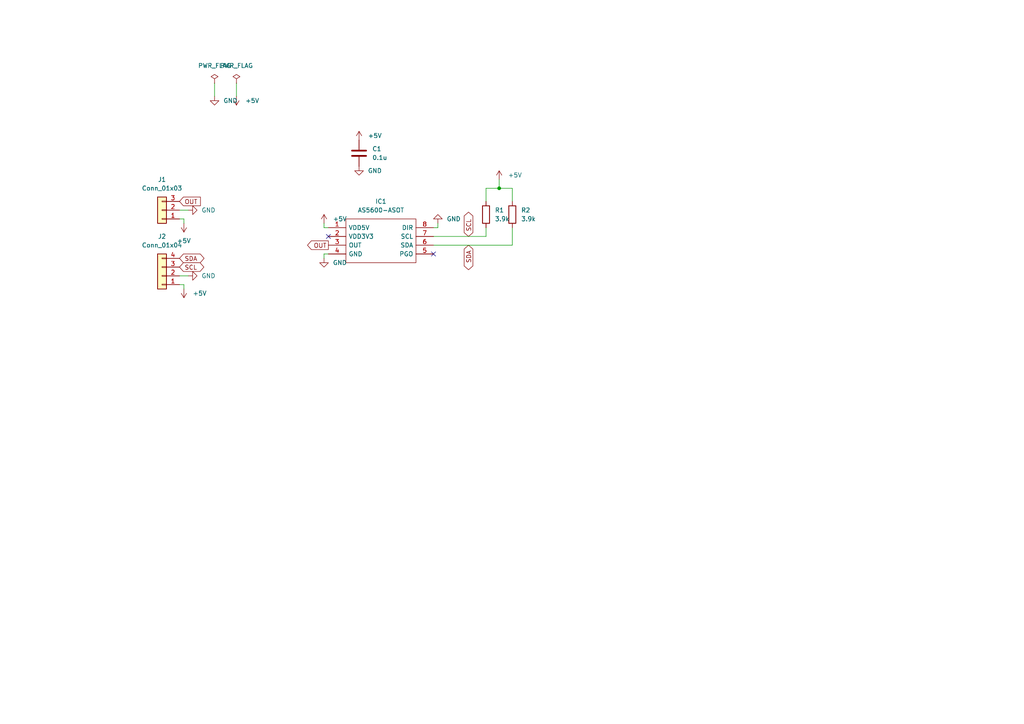
<source format=kicad_sch>
(kicad_sch (version 20211123) (generator eeschema)
  (paper "A4")
  (title_block (title "MagneticEncorder") (date "2022-02-25"))
  (lib_symbols
    (symbol "Connector_Generic:Conn_01x03" (pin_names (offset 1.016) hide)
      (property "Reference" "J" (at 0 5.08 0))
      (property "Value" "Conn_01x03" (at 0 -5.08 0))
      (symbol "Conn_01x03_1_1"
        (rectangle (start -1.27 -2.413) (end 0 -2.667) (stroke (width 0.1524)))
        (rectangle (start -1.27 0.127) (end 0 -0.127) (stroke (width 0.1524)))
        (rectangle (start -1.27 2.667) (end 0 2.413) (stroke (width 0.1524)))
        (rectangle (start -1.27 3.81) (end 1.27 -3.81) (stroke (width 0.254)) (fill (type background)))
        (pin passive line (at -5.08 2.54 0) (length 3.81) (name "Pin_1") (number "1"))
        (pin passive line (at -5.08 0 0) (length 3.81) (name "Pin_2") (number "2"))
        (pin passive line (at -5.08 -2.54 0) (length 3.81) (name "Pin_3") (number "3"))
      )
    )
    (symbol "Connector_Generic:Conn_01x04" (pin_names (offset 1.016) hide)
      (property "Reference" "J" (at 0 5.08 0))
      (property "Value" "Conn_01x04" (at 0 -7.62 0))
      (symbol "Conn_01x04_1_1"
        (rectangle (start -1.27 -4.953) (end 0 -5.207) (stroke (width 0.1524)))
        (rectangle (start -1.27 -2.413) (end 0 -2.667) (stroke (width 0.1524)))
        (rectangle (start -1.27 0.127) (end 0 -0.127) (stroke (width 0.1524)))
        (rectangle (start -1.27 2.667) (end 0 2.413) (stroke (width 0.1524)))
        (rectangle (start -1.27 3.81) (end 1.27 -6.35) (stroke (width 0.254)) (fill (type background)))
        (pin passive line (at -5.08 2.54 0) (length 3.81) (name "Pin_1") (number "1"))
        (pin passive line (at -5.08 0 0) (length 3.81) (name "Pin_2") (number "2"))
        (pin passive line (at -5.08 -2.54 0) (length 3.81) (name "Pin_3") (number "3"))
        (pin passive line (at -5.08 -5.08 0) (length 3.81) (name "Pin_4") (number "4"))
      )
    )
    (symbol "Device:C" (pin_numbers hide) (pin_names (offset 0.254))
      (property "Reference" "C" (at 0.635 2.54 0))
      (property "Value" "C" (at 0.635 -2.54 0))
      (symbol "C_0_1"
        (polyline (pts (xy -2.032 -0.762) (xy 2.032 -0.762)) (stroke (width 0.508)))
        (polyline (pts (xy -2.032 0.762) (xy 2.032 0.762)) (stroke (width 0.508)))
      )
      (symbol "C_1_1"
        (pin passive line (at 0 3.81 270) (length 2.794) (name "~") (number "1"))
        (pin passive line (at 0 -3.81 90) (length 2.794) (name "~") (number "2"))
      )
    )
    (symbol "Device:R" (pin_numbers hide) (pin_names (offset 0))
      (property "Reference" "R" (at 2.032 0 90))
      (property "Value" "R" (at 0 0 90))
      (symbol "R_0_1"
        (rectangle (start -1.016 -2.54) (end 1.016 2.54) (stroke (width 0.254)))
      )
      (symbol "R_1_1"
        (pin passive line (at 0 3.81 270) (length 1.27) (name "~") (number "1"))
        (pin passive line (at 0 -3.81 90) (length 1.27) (name "~") (number "2"))
      )
    )
    (symbol "power:+5V" (power) (pin_names (offset 0))
      (property "Value" "+5V" (at 0 3.556 0))
      (symbol "+5V_0_1"
        (polyline (pts (xy -0.762 1.27) (xy 0 2.54)))
        (polyline (pts (xy 0 0) (xy 0 2.54)))
        (polyline (pts (xy 0 2.54) (xy 0.762 1.27)))
      )
      (symbol "+5V_1_1"
        (pin power_in line (at 0 0 90) (length 0) hide (name "+5V") (number "1"))
      )
    )
    (symbol "power:GND" (power) (pin_names (offset 0))
      (property "Value" "GND" (at 0 -3.81 0))
      (symbol "GND_0_1"
        (polyline (pts (xy 0 0) (xy 0 -1.27) (xy 1.27 -1.27) (xy 0 -2.54) (xy -1.27 -1.27) (xy 0 -1.27)))
      )
      (symbol "GND_1_1"
        (pin power_in line (at 0 0 270) (length 0) hide (name "GND") (number "1"))
      )
    )
    (symbol "power:PWR_FLAG" (power) (pin_numbers hide) (pin_names (offset 0) hide)
      (property "Value" "PWR_FLAG" (at 0 3.81 0))
      (symbol "PWR_FLAG_0_0"
        (pin power_out line (at 0 0 90) (length 0) (name "pwr") (number "1"))
      )
      (symbol "PWR_FLAG_0_1"
        (polyline (pts (xy 0 0) (xy 0 1.27) (xy -1.016 1.905) (xy 0 2.54) (xy 1.016 1.905) (xy 0 1.27)))
      )
    )
    (symbol "自前:AS5600-ASOT" (pin_names (offset 0.762))
      (property "Reference" "IC" (at 26.67 7.62 0))
      (property "Value" "AS5600-ASOT" (at 26.67 5.08 0))
      (symbol "AS5600-ASOT_0_0"
        (pin passive line (at 0 0 0) (length 5.08) (name "VDD5V") (number "1"))
        (pin passive line (at 0 -2.54 0) (length 5.08) (name "VDD3V3") (number "2"))
        (pin passive line (at 0 -5.08 0) (length 5.08) (name "OUT") (number "3"))
        (pin passive line (at 0 -7.62 0) (length 5.08) (name "GND") (number "4"))
        (pin passive line (at 30.48 -7.62 180) (length 5.08) (name "PGO") (number "5"))
        (pin passive line (at 30.48 -5.08 180) (length 5.08) (name "SDA") (number "6"))
        (pin passive line (at 30.48 -2.54 180) (length 5.08) (name "SCL") (number "7"))
        (pin passive line (at 30.48 0 180) (length 5.08) (name "DIR") (number "8"))
      )
      (symbol "AS5600-ASOT_0_1"
        (polyline (pts (xy 5.08 2.54) (xy 25.4 2.54) (xy 25.4 -10.16) (xy 5.08 -10.16) (xy 5.08 2.54)) (stroke (width 0.1524)))
      )
    )
  )
  (junction (at 144.78 54.61))
  (no_connect (at 125.73 73.66))
  (no_connect (at 95.25 68.58))
  (wire (pts (xy 148.59 66.04) (xy 148.59 71.12)))
  (wire (pts (xy 148.59 54.61) (xy 144.78 54.61)))
  (wire (pts (xy 144.78 54.61) (xy 140.97 54.61)))
  (wire (pts (xy 127 66.04) (xy 127 64.77)))
  (wire (pts (xy 53.34 63.5) (xy 53.34 64.77)))
  (wire (pts (xy 125.73 68.58) (xy 140.97 68.58)))
  (wire (pts (xy 148.59 58.42) (xy 148.59 54.61)))
  (wire (pts (xy 52.07 80.01) (xy 54.61 80.01)))
  (wire (pts (xy 52.07 60.96) (xy 54.61 60.96)))
  (wire (pts (xy 52.07 82.55) (xy 53.34 82.55)))
  (wire (pts (xy 140.97 66.04) (xy 140.97 68.58)))
  (wire (pts (xy 93.98 64.77) (xy 93.98 66.04)))
  (wire (pts (xy 144.78 52.07) (xy 144.78 54.61)))
  (wire (pts (xy 62.23 24.13) (xy 62.23 27.94)))
  (wire (pts (xy 93.98 73.66) (xy 95.25 73.66)))
  (wire (pts (xy 93.98 66.04) (xy 95.25 66.04)))
  (wire (pts (xy 140.97 54.61) (xy 140.97 58.42)))
  (wire (pts (xy 93.98 74.93) (xy 93.98 73.66)))
  (wire (pts (xy 125.73 66.04) (xy 127 66.04)))
  (wire (pts (xy 125.73 71.12) (xy 148.59 71.12)))
  (wire (pts (xy 52.07 63.5) (xy 53.34 63.5)))
  (wire (pts (xy 53.34 82.55) (xy 53.34 83.82)))
  (wire (pts (xy 68.58 24.13) (xy 68.58 27.94)))
  (global_label "SCL" (shape bidirectional) (at 135.89 68.58 90) (property "Intersheet References" "${INTERSHEET_REFS}" (effects hide)))
  (global_label "OUT" (shape input) (at 52.07 58.42 0) (property "Intersheet References" "${INTERSHEET_REFS}" (effects hide)))
  (global_label "SCL" (shape bidirectional) (at 52.07 77.47 0) (property "Intersheet References" "${INTERSHEET_REFS}" (effects hide)))
  (global_label "SDA" (shape bidirectional) (at 135.89 71.12 270) (property "Intersheet References" "${INTERSHEET_REFS}" (effects hide)))
  (global_label "OUT" (shape output) (at 95.25 71.12 180) (property "Intersheet References" "${INTERSHEET_REFS}" (effects hide)))
  (global_label "SDA" (shape bidirectional) (at 52.07 74.93 0) (property "Intersheet References" "${INTERSHEET_REFS}" (effects hide)))
  (symbol (lib_id "power:+5V") (at 68.58 27.94 180) (unit 1)
    (property "Reference" "#PWR0101" (effects hide))
    (property "Value" "+5V" (at 71.12 29.2099 0) (effects (justify right)))
  )
  (symbol (lib_id "power:+5V") (at 104.14 40.64 0) (unit 1)
    (property "Reference" "#PWR07" (effects hide))
    (property "Value" "+5V" (at 106.68 39.3699 0) (effects (justify left)))
  )
  (symbol (lib_id "power:GND") (at 62.23 27.94 0) (unit 1)
    (property "Reference" "#PWR0102" (effects hide))
    (property "Value" "GND" (at 64.77 29.2099 0) (effects (justify left)))
  )
  (symbol (lib_id "power:+5V") (at 53.34 64.77 180) (unit 1)
    (property "Reference" "#PWR01" (effects hide))
    (property "Value" "+5V" (at 53.34 69.85 0))
  )
  (symbol (lib_id "Connector_Generic:Conn_01x03") (at 46.99 60.96 180) (unit 1)
    (property "Reference" "J1" (at 46.99 52.07 0))
    (property "Value" "Conn_01x03" (at 46.99 54.61 0))
    (property "Footprint" "Connector_PinSocket_2.54mm:PinSocket_1x03_P2.54mm_Vertical" (effects hide))
  )
  (symbol (lib_id "Device:R") (at 148.59 62.23 0) (unit 1)
    (property "Reference" "R2" (at 151.13 60.9599 0) (effects (justify left)))
    (property "Value" "3.9k" (at 151.13 63.4999 0) (effects (justify left)))
    (property "Footprint" "Resistor_THT:R_Axial_DIN0204_L3.6mm_D1.6mm_P5.08mm_Horizontal" (effects hide))
  )
  (symbol (lib_id "自前:AS5600-ASOT") (at 95.25 66.04 0) (unit 1)
    (property "Reference" "IC1" (at 110.49 58.42 0))
    (property "Value" "AS5600-ASOT" (at 110.49 60.96 0))
    (property "Footprint" "自前:SOIC127P600X175-8N" (effects hide))
    (property "Datasheet" "https://datasheet.datasheetarchive.com/originals/distributors/DKDS-11/214624.pdf" (effects hide))
    (property "Description" "Board Mount Hall Effect / Magnetic Sensors AS5600 Magnetic Sensor 12-Bit" (effects hide))
    (property "Height" "1.75" (effects hide))
    (property "Manufacturer_Name" "ams" (effects hide))
    (property "Manufacturer_Part_Number" "AS5600-ASOT" (effects hide))
    (property "Mouser Part Number" "985-AS5600-ASOT" (effects hide))
    (property "Mouser Price/Stock" "https://www.mouser.co.uk/ProductDetail/ams/AS5600-ASOT?qs=KTMMzrZdriGJpjhsnAEYBA%3D%3D" (effects hide))
    (property "Arrow Part Number" "AS5600-ASOT" (effects hide))
    (property "Arrow Price/Stock" "https://www.arrow.com/en/products/as5600-asot/ams-ag?region=nac" (effects hide))
  )
  (symbol (lib_id "power:+5V") (at 144.78 52.07 0) (unit 1)
    (property "Reference" "#PWR010" (effects hide))
    (property "Value" "+5V" (at 147.32 50.7999 0) (effects (justify left)))
  )
  (symbol (lib_id "power:PWR_FLAG") (at 68.58 24.13 0) (unit 1)
    (property "Reference" "#FLG0101" (effects hide))
    (property "Value" "PWR_FLAG" (at 68.58 19.05 0))
  )
  (symbol (lib_id "power:GND") (at 54.61 80.01 90) (unit 1)
    (property "Reference" "#PWR04" (effects hide))
    (property "Value" "GND" (at 58.42 80.0099 90) (effects (justify right)))
  )
  (symbol (lib_id "power:PWR_FLAG") (at 62.23 24.13 0) (unit 1)
    (property "Reference" "#FLG0102" (effects hide))
    (property "Value" "PWR_FLAG" (at 62.23 19.05 0))
  )
  (symbol (lib_id "power:+5V") (at 53.34 83.82 180) (unit 1)
    (property "Reference" "#PWR02" (effects hide))
    (property "Value" "+5V" (at 55.88 85.0899 0) (effects (justify right)))
  )
  (symbol (lib_id "Device:C") (at 104.14 44.45 0) (unit 1)
    (property "Reference" "C1" (at 107.95 43.1799 0) (effects (justify left)))
    (property "Value" "0.1u" (at 107.95 45.7199 0) (effects (justify left)))
    (property "Footprint" "Capacitor_THT:C_Disc_D5.1mm_W3.2mm_P5.00mm" (effects hide))
  )
  (symbol (lib_id "power:GND") (at 54.61 60.96 90) (unit 1)
    (property "Reference" "#PWR03" (effects hide))
    (property "Value" "GND" (at 58.42 60.9599 90) (effects (justify right)))
  )
  (symbol (lib_id "power:GND") (at 104.14 48.26 0) (unit 1)
    (property "Reference" "#PWR08" (effects hide))
    (property "Value" "GND" (at 106.68 49.5299 0) (effects (justify left)))
  )
  (symbol (lib_id "Connector_Generic:Conn_01x04") (at 46.99 80.01 180) (unit 1)
    (property "Reference" "J2" (at 46.99 68.58 0))
    (property "Value" "Conn_01x04" (at 46.99 71.12 0))
    (property "Footprint" "Connector_PinSocket_2.54mm:PinSocket_1x04_P2.54mm_Vertical" (effects hide))
  )
  (symbol (lib_id "power:+5V") (at 93.98 64.77 0) (unit 1)
    (property "Reference" "#PWR05" (effects hide))
    (property "Value" "+5V" (at 96.52 63.4999 0) (effects (justify left)))
  )
  (symbol (lib_id "power:GND") (at 127 64.77 180) (unit 1)
    (property "Reference" "#PWR09" (effects hide))
    (property "Value" "GND" (at 129.54 63.4999 0) (effects (justify right)))
  )
  (symbol (lib_id "power:GND") (at 93.98 74.93 0) (unit 1)
    (property "Reference" "#PWR06" (effects hide))
    (property "Value" "GND" (at 96.52 76.1999 0) (effects (justify left)))
  )
  (symbol (lib_id "Device:R") (at 140.97 62.23 0) (unit 1)
    (property "Reference" "R1" (at 143.51 60.9599 0) (effects (justify left)))
    (property "Value" "3.9k" (at 143.51 63.4999 0) (effects (justify left)))
    (property "Footprint" "Resistor_THT:R_Axial_DIN0204_L3.6mm_D1.6mm_P5.08mm_Horizontal" (effects hide))
  )
)
</source>
